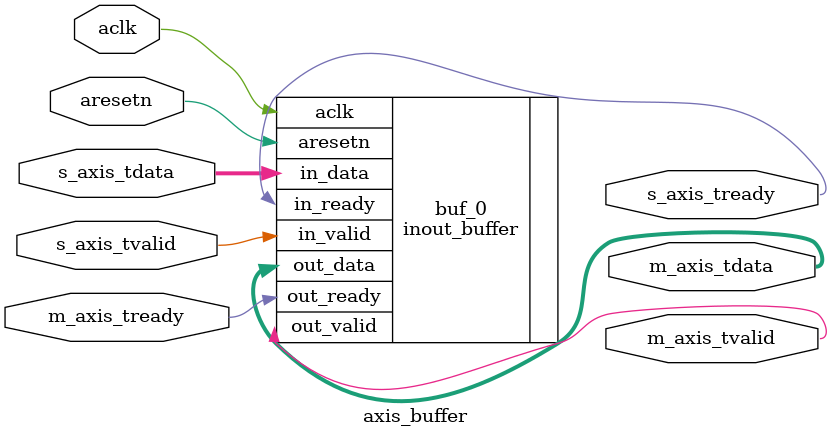
<source format=v>

`timescale 1 ns / 1 ps

module axis_buffer #
(
  parameter integer AXIS_TDATA_WIDTH = 32
)
(
  // System signals
  input  wire                        aclk,
  input  wire                        aresetn,

  // Slave side
  input  wire [AXIS_TDATA_WIDTH-1:0] s_axis_tdata,
  input  wire                        s_axis_tvalid,
  output wire                        s_axis_tready,

  // Master side
  output wire [AXIS_TDATA_WIDTH-1:0] m_axis_tdata,
  output wire                        m_axis_tvalid,
  input  wire                        m_axis_tready
);

  inout_buffer #(
    .DATA_WIDTH(AXIS_TDATA_WIDTH)
  ) buf_0 (
    .aclk(aclk), .aresetn(aresetn),
    .in_data(s_axis_tdata), .in_valid(s_axis_tvalid), .in_ready(s_axis_tready),
    .out_data(m_axis_tdata), .out_valid(m_axis_tvalid), .out_ready(m_axis_tready)
  );

endmodule

</source>
